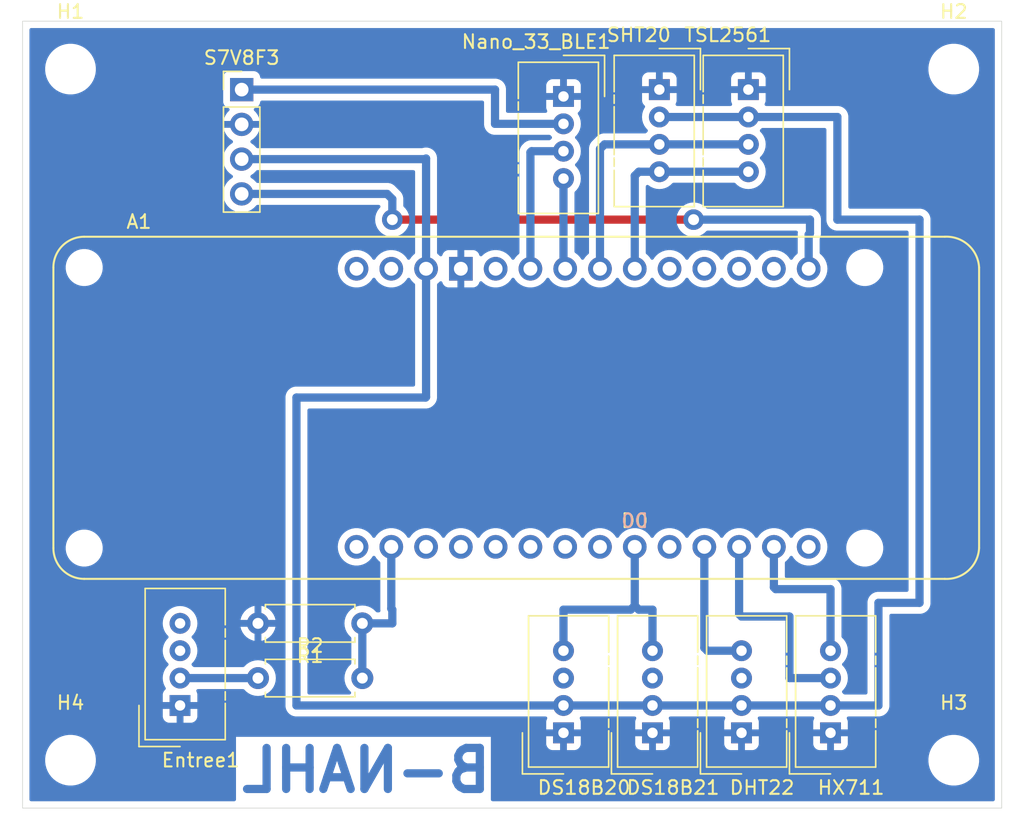
<source format=kicad_pcb>
(kicad_pcb (version 20240108) (generator "pcbnew") (generator_version "8.0")
  (layers (0 "F.Cu" signal) (31 "B.Cu" signal) (34 "B.Paste" user) (35 "F.Paste" user) (36 "B.SilkS" user "B.Silkscreen") (37 "F.SilkS" user "F.Silkscreen") (38 "B.Mask" user) (39 "F.Mask" user) (44 "Edge.Cuts" user))
  (net 0 "")
  (net 1 "SHDN")
  (net 8 "ADC")
  (net 10 "RX")
  (net 11 "GND")
  (net 17 "SCK")
  (net 19 "D0")
  (net 23 "Cout")
  (net 24 "D2")
  (net 25 "VCC 3V3")
  (net 31 "Ve")
  (net 32 "TX")
  (net 33 "VOUT")
  (net 34 "SDA")
  (net 35 "SCL")
  (footprint "Connector:NS-Tech_Grove_1x04_P2mm_Vertical" (layer "F.Cu") (at 153 111 180)
    (property "Reference" "DHT22" (at -1.5 -4 0) (layer "F.SilkS"))
    (property "Value" "110990030")
    (fp_line (start 3 -3) (end 3 0) (stroke (width 0.12)) (layer "F.SilkS"))
    (fp_line (start 2.55 -2.5) (end 2.55 8.55) (stroke (width 0.12)) (layer "F.SilkS"))
    (fp_line (start 0 -3) (end 3 -3) (stroke (width 0.12)) (layer "F.SilkS"))
    (fp_line (start -3.3 8.55) (end 2.55 8.55) (stroke (width 0.12)) (layer "F.SilkS"))
    (fp_line (start -3.3 5.9) (end -3.3 8.55) (stroke (width 0.12)) (layer "F.SilkS"))
    (fp_line (start -3.3 5) (end -3.3 5.6) (stroke (width 0.12)) (layer "F.SilkS"))
    (fp_line (start -3.3 1.25) (end -3.3 4.75) (stroke (width 0.12)) (layer "F.SilkS"))
    (fp_line (start -3.3 0.4) (end -3.3 1) (stroke (width 0.12)) (layer "F.SilkS"))
    (fp_line (start -3.3 -2.5) (end 2.55 -2.5) (stroke (width 0.12)) (layer "F.SilkS"))
    (fp_line (start -3.3 -2.5) (end -3.3 0.15) (stroke (width 0.12)) (layer "F.SilkS"))
    (pad "1" thru_hole rect (at 0 0 180) (size 1.524 1.524) (drill 0.762) (layers "*.Cu" "*.Mask") (net 11 "GND"))
    (pad "2" thru_hole circle (at 0 2 180) (size 1.524 1.524) (drill 0.762) (layers "*.Cu" "*.Mask") (net 25 "VCC 3V3"))
    (pad "3" thru_hole circle (at 0 4 180) (size 1.524 1.524) (drill 0.762) (layers "*.Cu" "*.Mask"))
    (pad "4" thru_hole circle (at 0 6 180) (size 1.524 1.524) (drill 0.762) (layers "*.Cu" "*.Mask") (net 24 "D2"))
  )
  (footprint "MountingHole:MountingHole_3.2mm_M3" (layer "F.Cu") (at 168.5 113)
    (property "Reference" "H3" (at 0 -4.2 0) (layer "F.SilkS"))
    (property "Value" "MountingHole")
    (pad "" np_thru_hole circle (at 0 0) (size 3.2 3.2) (drill 3.2) (layers "*.Cu" "*.Mask"))
  )
  (footprint "Connector_PinHeader_2.54mm:PinHeader_1x04_P2.54mm_Vertical" (layer "F.Cu") (at 116.5 64)
    (property "Reference" "S7V8F3" (at 0 -2.33 0) (layer "F.SilkS"))
    (property "Value" "Conn_01x04_Pin")
    (fp_line (start -1.33 -1.33) (end 0 -1.33) (stroke (width 0.12)) (layer "F.SilkS"))
    (fp_line (start -1.33 0) (end -1.33 -1.33) (stroke (width 0.12)) (layer "F.SilkS"))
    (fp_line (start -1.33 1.27) (end -1.33 8.95) (stroke (width 0.12)) (layer "F.SilkS"))
    (fp_line (start -1.33 1.27) (end 1.33 1.27) (stroke (width 0.12)) (layer "F.SilkS"))
    (fp_line (start -1.33 8.95) (end 1.33 8.95) (stroke (width 0.12)) (layer "F.SilkS"))
    (fp_line (start 1.33 1.27) (end 1.33 8.95) (stroke (width 0.12)) (layer "F.SilkS"))
    (pad "1" thru_hole rect (at 0 0) (size 1.7 1.7) (drill 1) (layers "*.Cu" "*.Mask") (net 33 "VOUT"))
    (pad "2" thru_hole oval (at 0 2.54) (size 1.7 1.7) (drill 1) (layers "*.Cu" "*.Mask") (net 11 "GND"))
    (pad "3" thru_hole oval (at 0 5.08) (size 1.7 1.7) (drill 1) (layers "*.Cu" "*.Mask") (net 25 "VCC 3V3"))
    (pad "4" thru_hole oval (at 0 7.62) (size 1.7 1.7) (drill 1) (layers "*.Cu" "*.Mask") (net 1 "SHDN"))
  )
  (footprint "MountingHole:MountingHole_3.2mm_M3" (layer "F.Cu") (at 104 62.5)
    (property "Reference" "H1" (at 0 -4.2 0) (layer "F.SilkS"))
    (property "Value" "MountingHole")
    (pad "" np_thru_hole circle (at 0 0) (size 3.2 3.2) (drill 3.2) (layers "*.Cu" "*.Mask"))
  )
  (footprint "PCM_arduino-library:Arduino_MKR_FOX_1200_Socket" (layer "F.Cu") (at 105 77)
    (property "Reference" "A1" (at 4 -3.35 0) (layer "F.SilkS"))
    (property "Value" "Arduino_MKR_WAN_1310_Socket")
    (fp_line (start -2.25 20.5) (end -2.25 0) (stroke (width 0.15)) (layer "F.SilkS"))
    (fp_line (start 0 -2.25) (end 62.846 -2.25) (stroke (width 0.15)) (layer "F.SilkS"))
    (fp_line (start 0 22.75) (end 62.846 22.75) (stroke (width 0.15)) (layer "F.SilkS"))
    (fp_line (start 65.35 20.5) (end 65.35 0) (stroke (width 0.15)) (layer "F.SilkS"))
    (fp_arc (start -2.25 0) (mid -1.59099 -1.59099) (end 0 -2.25) (stroke (width 0.15)) (layer "F.SilkS"))
    (fp_arc (start 0 22.75) (mid -1.59099 22.09099) (end -2.25 20.5) (stroke (width 0.15)) (layer "F.SilkS"))
    (fp_arc (start 62.846 -2.25) (mid 64.56399 -1.643595) (end 65.35 0) (stroke (width 0.15)) (layer "F.SilkS"))
    (fp_arc (start 65.35 20.5) (mid 64.56399 22.143595) (end 62.846 22.75) (stroke (width 0.15)) (layer "F.SilkS"))
    (fp_text user "D0" (at 40.2048 18.505 0) (layer "B.SilkS") (effects (justify mirror)))
    (fp_text user "D0" (at 40.2048 18.505 0) (layer "F.SilkS"))
    (pad "" np_thru_hole circle (at 0 0) (size 2.2 2.2) (drill 2.2) (layers "F&B.Cu" "*.Mask"))
    (pad "" np_thru_hole circle (at 0 20.5) (size 2.2 2.2) (drill 2.2) (layers "F&B.Cu" "*.Mask"))
    (pad "" np_thru_hole circle (at 57 0) (size 2.2 2.2) (drill 2.2) (layers "F&B.Cu" "*.Mask"))
    (pad "" np_thru_hole circle (at 57 20.5) (size 2.2 2.2) (drill 2.2) (layers "F&B.Cu" "*.Mask"))
    (pad "3V3" thru_hole circle (at 24.9648 0.09) (size 1.7272 1.7272) (drill 1.016) (layers "*.Cu" "*.Mask") (net 25 "VCC 3V3"))
    (pad "5V" thru_hole circle (at 19.8848 0.09) (size 1.7272 1.7272) (drill 1.016) (layers "*.Cu" "*.Mask"))
    (pad "A0" thru_hole circle (at 22.4248 20.41) (size 1.7272 1.7272) (drill 1.016) (layers "*.Cu" "*.Mask") (net 8 "ADC"))
    (pad "A1" thru_hole circle (at 24.9648 20.41) (size 1.7272 1.7272) (drill 1.016) (layers "*.Cu" "*.Mask"))
    (pad "A2" thru_hole circle (at 27.5048 20.41) (size 1.7272 1.7272) (drill 1.016) (layers "*.Cu" "*.Mask"))
    (pad "A3" thru_hole circle (at 30.0448 20.41) (size 1.7272 1.7272) (drill 1.016) (layers "*.Cu" "*.Mask"))
    (pad "A4" thru_hole circle (at 32.5848 20.41) (size 1.7272 1.7272) (drill 1.016) (layers "*.Cu" "*.Mask"))
    (pad "A5" thru_hole circle (at 35.1248 20.41) (size 1.7272 1.7272) (drill 1.016) (layers "*.Cu" "*.Mask"))
    (pad "A6" thru_hole circle (at 37.6648 20.41) (size 1.7272 1.7272) (drill 1.016) (layers "*.Cu" "*.Mask"))
    (pad "AREF" thru_hole circle (at 19.8848 20.41) (size 1.7272 1.7272) (drill 1.016) (layers "*.Cu" "*.Mask"))
    (pad "D0" thru_hole circle (at 40.2048 20.41) (size 1.7272 1.7272) (drill 1.016) (layers "*.Cu" "*.Mask") (net 19 "D0"))
    (pad "D1" thru_hole circle (at 42.7448 20.41) (size 1.7272 1.7272) (drill 1.016) (layers "*.Cu" "*.Mask"))
    (pad "D2" thru_hole circle (at 45.2848 20.41) (size 1.7272 1.7272) (drill 1.016) (layers "*.Cu" "*.Mask") (net 24 "D2"))
    (pad "D3" thru_hole circle (at 47.8248 20.41) (size 1.7272 1.7272) (drill 1.016) (layers "*.Cu" "*.Mask") (net 23 "Cout"))
    (pad "D4" thru_hole circle (at 50.3648 20.41) (size 1.7272 1.7272) (drill 1.016) (layers "*.Cu" "*.Mask") (net 17 "SCK"))
    (pad "D5" thru_hole circle (at 52.9048 20.41) (size 1.7272 1.7272) (drill 1.016) (layers "*.Cu" "*.Mask"))
    (pad "D6" thru_hole circle (at 52.9048 0.09) (size 1.7272 1.7272) (drill 1.016) (layers "*.Cu" "*.Mask") (net 1 "SHDN"))
    (pad "D7" thru_hole circle (at 50.3648 0.09) (size 1.7272 1.7272) (drill 1.016) (layers "*.Cu" "*.Mask"))
    (pad "D8" thru_hole circle (at 47.8248 0.09) (size 1.7272 1.7272) (drill 1.016) (layers "*.Cu" "*.Mask"))
    (pad "D9" thru_hole circle (at 45.2848 0.09) (size 1.7272 1.7272) (drill 1.016) (layers "*.Cu" "*.Mask"))
    (pad "D10" thru_hole circle (at 42.7448 0.09) (size 1.7272 1.7272) (drill 1.016) (layers "*.Cu" "*.Mask"))
    (pad "D11" thru_hole circle (at 40.2048 0.09) (size 1.7272 1.7272) (drill 1.016) (layers "*.Cu" "*.Mask") (net 34 "SDA"))
    (pad "D12" thru_hole circle (at 37.6648 0.09) (size 1.7272 1.7272) (drill 1.016) (layers "*.Cu" "*.Mask") (net 35 "SCL"))
    (pad "D13" thru_hole circle (at 35.1248 0.09) (size 1.7272 1.7272) (drill 1.016) (layers "*.Cu" "*.Mask") (net 10 "RX"))
    (pad "D14" thru_hole circle (at 32.5848 0.09) (size 1.7272 1.7272) (drill 1.016) (layers "*.Cu" "*.Mask") (net 32 "TX"))
    (pad "GND" thru_hole rect (at 27.5048 0.09) (size 1.7272 1.7272) (drill 1.016) (layers "*.Cu" "*.Mask") (net 11 "GND"))
    (pad "RST" thru_hole circle (at 30.0448 0.09) (size 1.7272 1.7272) (drill 1.016) (layers "*.Cu" "*.Mask"))
    (pad "VIN" thru_hole circle (at 22.4248 0.09) (size 1.7272 1.7272) (drill 1.016) (layers "*.Cu" "*.Mask"))
  )
  (footprint "Connector:NS-Tech_Grove_1x04_P2mm_Vertical" (layer "F.Cu") (at 153.5 64)
    (property "Reference" "TSL2561" (at -1.5 -4 0) (layer "F.SilkS"))
    (property "Value" "110990030")
    (fp_line (start -3.3 -2.5) (end -3.3 0.15) (stroke (width 0.12)) (layer "F.SilkS"))
    (fp_line (start -3.3 -2.5) (end 2.55 -2.5) (stroke (width 0.12)) (layer "F.SilkS"))
    (fp_line (start -3.3 0.4) (end -3.3 1) (stroke (width 0.12)) (layer "F.SilkS"))
    (fp_line (start -3.3 1.25) (end -3.3 4.75) (stroke (width 0.12)) (layer "F.SilkS"))
    (fp_line (start -3.3 5) (end -3.3 5.6) (stroke (width 0.12)) (layer "F.SilkS"))
    (fp_line (start -3.3 5.9) (end -3.3 8.55) (stroke (width 0.12)) (layer "F.SilkS"))
    (fp_line (start -3.3 8.55) (end 2.55 8.55) (stroke (width 0.12)) (layer "F.SilkS"))
    (fp_line (start 0 -3) (end 3 -3) (stroke (width 0.12)) (layer "F.SilkS"))
    (fp_line (start 2.55 -2.5) (end 2.55 8.55) (stroke (width 0.12)) (layer "F.SilkS"))
    (fp_line (start 3 -3) (end 3 0) (stroke (width 0.12)) (layer "F.SilkS"))
    (pad "1" thru_hole rect (at 0 0) (size 1.524 1.524) (drill 0.762) (layers "*.Cu" "*.Mask") (net 11 "GND"))
    (pad "2" thru_hole circle (at 0 2) (size 1.524 1.524) (drill 0.762) (layers "*.Cu" "*.Mask") (net 25 "VCC 3V3"))
    (pad "3" thru_hole circle (at 0 4) (size 1.524 1.524) (drill 0.762) (layers "*.Cu" "*.Mask") (net 35 "SCL"))
    (pad "4" thru_hole circle (at 0 6) (size 1.524 1.524) (drill 0.762) (layers "*.Cu" "*.Mask") (net 34 "SDA"))
  )
  (footprint "Connector:NS-Tech_Grove_1x04_P2mm_Vertical" (layer "F.Cu") (at 147 64)
    (property "Reference" "SHT20" (at -1.5 -4 0) (layer "F.SilkS"))
    (property "Value" "110990030")
    (fp_line (start -3.3 -2.5) (end -3.3 0.15) (stroke (width 0.12)) (layer "F.SilkS"))
    (fp_line (start -3.3 -2.5) (end 2.55 -2.5) (stroke (width 0.12)) (layer "F.SilkS"))
    (fp_line (start -3.3 0.4) (end -3.3 1) (stroke (width 0.12)) (layer "F.SilkS"))
    (fp_line (start -3.3 1.25) (end -3.3 4.75) (stroke (width 0.12)) (layer "F.SilkS"))
    (fp_line (start -3.3 5) (end -3.3 5.6) (stroke (width 0.12)) (layer "F.SilkS"))
    (fp_line (start -3.3 5.9) (end -3.3 8.55) (stroke (width 0.12)) (layer "F.SilkS"))
    (fp_line (start -3.3 8.55) (end 2.55 8.55) (stroke (width 0.12)) (layer "F.SilkS"))
    (fp_line (start 0 -3) (end 3 -3) (stroke (width 0.12)) (layer "F.SilkS"))
    (fp_line (start 2.55 -2.5) (end 2.55 8.55) (stroke (width 0.12)) (layer "F.SilkS"))
    (fp_line (start 3 -3) (end 3 0) (stroke (width 0.12)) (layer "F.SilkS"))
    (pad "1" thru_hole rect (at 0 0) (size 1.524 1.524) (drill 0.762) (layers "*.Cu" "*.Mask") (net 11 "GND"))
    (pad "2" thru_hole circle (at 0 2) (size 1.524 1.524) (drill 0.762) (layers "*.Cu" "*.Mask") (net 25 "VCC 3V3"))
    (pad "3" thru_hole circle (at 0 4) (size 1.524 1.524) (drill 0.762) (layers "*.Cu" "*.Mask") (net 35 "SCL"))
    (pad "4" thru_hole circle (at 0 6) (size 1.524 1.524) (drill 0.762) (layers "*.Cu" "*.Mask") (net 34 "SDA"))
  )
  (footprint "Connector:NS-Tech_Grove_1x04_P2mm_Vertical" (layer "F.Cu") (at 140 64.5)
    (property "Reference" "Nano_33_BLE1" (at -2 -4 0) (layer "F.SilkS"))
    (property "Value" "110990030")
    (fp_line (start -3.3 -2.5) (end -3.3 0.15) (stroke (width 0.12)) (layer "F.SilkS"))
    (fp_line (start -3.3 -2.5) (end 2.55 -2.5) (stroke (width 0.12)) (layer "F.SilkS"))
    (fp_line (start -3.3 0.4) (end -3.3 1) (stroke (width 0.12)) (layer "F.SilkS"))
    (fp_line (start -3.3 1.25) (end -3.3 4.75) (stroke (width 0.12)) (layer "F.SilkS"))
    (fp_line (start -3.3 5) (end -3.3 5.6) (stroke (width 0.12)) (layer "F.SilkS"))
    (fp_line (start -3.3 5.9) (end -3.3 8.55) (stroke (width 0.12)) (layer "F.SilkS"))
    (fp_line (start -3.3 8.55) (end 2.55 8.55) (stroke (width 0.12)) (layer "F.SilkS"))
    (fp_line (start 0 -3) (end 3 -3) (stroke (width 0.12)) (layer "F.SilkS"))
    (fp_line (start 2.55 -2.5) (end 2.55 8.55) (stroke (width 0.12)) (layer "F.SilkS"))
    (fp_line (start 3 -3) (end 3 0) (stroke (width 0.12)) (layer "F.SilkS"))
    (pad "1" thru_hole rect (at 0 0) (size 1.524 1.524) (drill 0.762) (layers "*.Cu" "*.Mask") (net 11 "GND"))
    (pad "2" thru_hole circle (at 0 2) (size 1.524 1.524) (drill 0.762) (layers "*.Cu" "*.Mask") (net 33 "VOUT"))
    (pad "3" thru_hole circle (at 0 4) (size 1.524 1.524) (drill 0.762) (layers "*.Cu" "*.Mask") (net 32 "TX"))
    (pad "4" thru_hole circle (at 0 6) (size 1.524 1.524) (drill 0.762) (layers "*.Cu" "*.Mask") (net 10 "RX"))
  )
  (footprint "Connector:NS-Tech_Grove_1x04_P2mm_Vertical" (layer "F.Cu") (at 140 111 180)
    (property "Reference" "DS18B20" (at -1.5 -4 0) (layer "F.SilkS"))
    (property "Value" "110990030")
    (fp_line (start 3 -3) (end 3 0) (stroke (width 0.12)) (layer "F.SilkS"))
    (fp_line (start 2.55 -2.5) (end 2.55 8.55) (stroke (width 0.12)) (layer "F.SilkS"))
    (fp_line (start 0 -3) (end 3 -3) (stroke (width 0.12)) (layer "F.SilkS"))
    (fp_line (start -3.3 8.55) (end 2.55 8.55) (stroke (width 0.12)) (layer "F.SilkS"))
    (fp_line (start -3.3 5.9) (end -3.3 8.55) (stroke (width 0.12)) (layer "F.SilkS"))
    (fp_line (start -3.3 5) (end -3.3 5.6) (stroke (width 0.12)) (layer "F.SilkS"))
    (fp_line (start -3.3 1.25) (end -3.3 4.75) (stroke (width 0.12)) (layer "F.SilkS"))
    (fp_line (start -3.3 0.4) (end -3.3 1) (stroke (width 0.12)) (layer "F.SilkS"))
    (fp_line (start -3.3 -2.5) (end 2.55 -2.5) (stroke (width 0.12)) (layer "F.SilkS"))
    (fp_line (start -3.3 -2.5) (end -3.3 0.15) (stroke (width 0.12)) (layer "F.SilkS"))
    (pad "1" thru_hole rect (at 0 0 180) (size 1.524 1.524) (drill 0.762) (layers "*.Cu" "*.Mask") (net 11 "GND"))
    (pad "2" thru_hole circle (at 0 2 180) (size 1.524 1.524) (drill 0.762) (layers "*.Cu" "*.Mask") (net 25 "VCC 3V3"))
    (pad "3" thru_hole circle (at 0 4 180) (size 1.524 1.524) (drill 0.762) (layers "*.Cu" "*.Mask"))
    (pad "4" thru_hole circle (at 0 6 180) (size 1.524 1.524) (drill 0.762) (layers "*.Cu" "*.Mask") (net 19 "D0"))
  )
  (footprint "Connector:NS-Tech_Grove_1x04_P2mm_Vertical" (layer "F.Cu") (at 112 109 180)
    (property "Reference" "Entree1" (at -1.5 -4 0) (layer "F.SilkS"))
    (property "Value" "110990030")
    (fp_line (start 3 -3) (end 3 0) (stroke (width 0.12)) (layer "F.SilkS"))
    (fp_line (start 2.55 -2.5) (end 2.55 8.55) (stroke (width 0.12)) (layer "F.SilkS"))
    (fp_line (start 0 -3) (end 3 -3) (stroke (width 0.12)) (layer "F.SilkS"))
    (fp_line (start -3.3 8.55) (end 2.55 8.55) (stroke (width 0.12)) (layer "F.SilkS"))
    (fp_line (start -3.3 5.9) (end -3.3 8.55) (stroke (width 0.12)) (layer "F.SilkS"))
    (fp_line (start -3.3 5) (end -3.3 5.6) (stroke (width 0.12)) (layer "F.SilkS"))
    (fp_line (start -3.3 1.25) (end -3.3 4.75) (stroke (width 0.12)) (layer "F.SilkS"))
    (fp_line (start -3.3 0.4) (end -3.3 1) (stroke (width 0.12)) (layer "F.SilkS"))
    (fp_line (start -3.3 -2.5) (end 2.55 -2.5) (stroke (width 0.12)) (layer "F.SilkS"))
    (fp_line (start -3.3 -2.5) (end -3.3 0.15) (stroke (width 0.12)) (layer "F.SilkS"))
    (pad "1" thru_hole rect (at 0 0 180) (size 1.524 1.524) (drill 0.762) (layers "*.Cu" "*.Mask") (net 11 "GND"))
    (pad "2" thru_hole circle (at 0 2 180) (size 1.524 1.524) (drill 0.762) (layers "*.Cu" "*.Mask") (net 31 "Ve"))
    (pad "3" thru_hole circle (at 0 4 180) (size 1.524 1.524) (drill 0.762) (layers "*.Cu" "*.Mask"))
    (pad "4" thru_hole circle (at 0 6 180) (size 1.524 1.524) (drill 0.762) (layers "*.Cu" "*.Mask"))
  )
  (footprint "Resistor_THT:R_Axial_DIN0207_L6.3mm_D2.5mm_P7.62mm_Horizontal" (layer "F.Cu") (at 117.69 107)
    (property "Reference" "R2" (at 3.81 -2.37 0) (layer "F.SilkS"))
    (property "Value" "47k")
    (fp_line (start 0.54 -1.37) (end 7.08 -1.37) (stroke (width 0.12)) (layer "F.SilkS"))
    (fp_line (start 0.54 -1.04) (end 0.54 -1.37) (stroke (width 0.12)) (layer "F.SilkS"))
    (fp_line (start 0.54 1.04) (end 0.54 1.37) (stroke (width 0.12)) (layer "F.SilkS"))
    (fp_line (start 0.54 1.37) (end 7.08 1.37) (stroke (width 0.12)) (layer "F.SilkS"))
    (fp_line (start 7.08 -1.37) (end 7.08 -1.04) (stroke (width 0.12)) (layer "F.SilkS"))
    (fp_line (start 7.08 1.37) (end 7.08 1.04) (stroke (width 0.12)) (layer "F.SilkS"))
    (pad "1" thru_hole circle (at 0 0) (size 1.6 1.6) (drill 0.8) (layers "*.Cu" "*.Mask") (net 31 "Ve"))
    (pad "2" thru_hole oval (at 7.62 0) (size 1.6 1.6) (drill 0.8) (layers "*.Cu" "*.Mask") (net 8 "ADC"))
  )
  (footprint "Resistor_THT:R_Axial_DIN0207_L6.3mm_D2.5mm_P7.62mm_Horizontal" (layer "F.Cu") (at 125.31 103 180)
    (property "Reference" "R1" (at 3.81 -2.37 0) (layer "F.SilkS"))
    (property "Value" "100k")
    (fp_line (start 7.08 1.37) (end 7.08 1.04) (stroke (width 0.12)) (layer "F.SilkS"))
    (fp_line (start 7.08 -1.37) (end 7.08 -1.04) (stroke (width 0.12)) (layer "F.SilkS"))
    (fp_line (start 0.54 1.37) (end 7.08 1.37) (stroke (width 0.12)) (layer "F.SilkS"))
    (fp_line (start 0.54 1.04) (end 0.54 1.37) (stroke (width 0.12)) (layer "F.SilkS"))
    (fp_line (start 0.54 -1.04) (end 0.54 -1.37) (stroke (width 0.12)) (layer "F.SilkS"))
    (fp_line (start 0.54 -1.37) (end 7.08 -1.37) (stroke (width 0.12)) (layer "F.SilkS"))
    (pad "1" thru_hole circle (at 0 0 180) (size 1.6 1.6) (drill 0.8) (layers "*.Cu" "*.Mask") (net 8 "ADC"))
    (pad "2" thru_hole oval (at 7.62 0 180) (size 1.6 1.6) (drill 0.8) (layers "*.Cu" "*.Mask") (net 11 "GND"))
  )
  (footprint "MountingHole:MountingHole_3.2mm_M3" (layer "F.Cu") (at 168.5 62.5)
    (property "Reference" "H2" (at 0 -4.2 0) (layer "F.SilkS"))
    (property "Value" "MountingHole")
    (pad "" np_thru_hole circle (at 0 0) (size 3.2 3.2) (drill 3.2) (layers "*.Cu" "*.Mask"))
  )
  (footprint "MountingHole:MountingHole_3.2mm_M3" (layer "F.Cu") (at 104 113)
    (property "Reference" "H4" (at 0 -4.2 0) (layer "F.SilkS"))
    (property "Value" "MountingHole")
    (pad "" np_thru_hole circle (at 0 0) (size 3.2 3.2) (drill 3.2) (layers "*.Cu" "*.Mask"))
  )
  (footprint "Connector:NS-Tech_Grove_1x04_P2mm_Vertical" (layer "F.Cu") (at 159.5 111 180)
    (property "Reference" "HX711" (at -1.5 -4 0) (layer "F.SilkS"))
    (property "Value" "110990030")
    (fp_line (start 3 -3) (end 3 0) (stroke (width 0.12)) (layer "F.SilkS"))
    (fp_line (start 2.55 -2.5) (end 2.55 8.55) (stroke (width 0.12)) (layer "F.SilkS"))
    (fp_line (start 0 -3) (end 3 -3) (stroke (width 0.12)) (layer "F.SilkS"))
    (fp_line (start -3.3 8.55) (end 2.55 8.55) (stroke (width 0.12)) (layer "F.SilkS"))
    (fp_line (start -3.3 5.9) (end -3.3 8.55) (stroke (width 0.12)) (layer "F.SilkS"))
    (fp_line (start -3.3 5) (end -3.3 5.6) (stroke (width 0.12)) (layer "F.SilkS"))
    (fp_line (start -3.3 1.25) (end -3.3 4.75) (stroke (width 0.12)) (layer "F.SilkS"))
    (fp_line (start -3.3 0.4) (end -3.3 1) (stroke (width 0.12)) (layer "F.SilkS"))
    (fp_line (start -3.3 -2.5) (end 2.55 -2.5) (stroke (width 0.12)) (layer "F.SilkS"))
    (fp_line (start -3.3 -2.5) (end -3.3 0.15) (stroke (width 0.12)) (layer "F.SilkS"))
    (pad "1" thru_hole rect (at 0 0 180) (size 1.524 1.524) (drill 0.762) (layers "*.Cu" "*.Mask") (net 11 "GND"))
    (pad "2" thru_hole circle (at 0 2 180) (size 1.524 1.524) (drill 0.762) (layers "*.Cu" "*.Mask") (net 25 "VCC 3V3"))
    (pad "3" thru_hole circle (at 0 4 180) (size 1.524 1.524) (drill 0.762) (layers "*.Cu" "*.Mask") (net 23 "Cout"))
    (pad "4" thru_hole circle (at 0 6 180) (size 1.524 1.524) (drill 0.762) (layers "*.Cu" "*.Mask") (net 17 "SCK"))
  )
  (footprint "Connector:NS-Tech_Grove_1x04_P2mm_Vertical" (layer "F.Cu") (at 146.5 111 180)
    (property "Reference" "DS18B21" (at -1.5 -4 0) (layer "F.SilkS"))
    (property "Value" "110990030")
    (fp_line (start 3 -3) (end 3 0) (stroke (width 0.12)) (layer "F.SilkS"))
    (fp_line (start 2.55 -2.5) (end 2.55 8.55) (stroke (width 0.12)) (layer "F.SilkS"))
    (fp_line (start 0 -3) (end 3 -3) (stroke (width 0.12)) (layer "F.SilkS"))
    (fp_line (start -3.3 8.55) (end 2.55 8.55) (stroke (width 0.12)) (layer "F.SilkS"))
    (fp_line (start -3.3 5.9) (end -3.3 8.55) (stroke (width 0.12)) (layer "F.SilkS"))
    (fp_line (start -3.3 5) (end -3.3 5.6) (stroke (width 0.12)) (layer "F.SilkS"))
    (fp_line (start -3.3 1.25) (end -3.3 4.75) (stroke (width 0.12)) (layer "F.SilkS"))
    (fp_line (start -3.3 0.4) (end -3.3 1) (stroke (width 0.12)) (layer "F.SilkS"))
    (fp_line (start -3.3 -2.5) (end 2.55 -2.5) (stroke (width 0.12)) (layer "F.SilkS"))
    (fp_line (start -3.3 -2.5) (end -3.3 0.15) (stroke (width 0.12)) (layer "F.SilkS"))
    (pad "1" thru_hole rect (at 0 0 180) (size 1.524 1.524) (drill 0.762) (layers "*.Cu" "*.Mask") (net 11 "GND"))
    (pad "2" thru_hole circle (at 0 2 180) (size 1.524 1.524) (drill 0.762) (layers "*.Cu" "*.Mask") (net 25 "VCC 3V3"))
    (pad "3" thru_hole circle (at 0 4 180) (size 1.524 1.524) (drill 0.762) (layers "*.Cu" "*.Mask"))
    (pad "4" thru_hole circle (at 0 6 180) (size 1.524 1.524) (drill 0.762) (layers "*.Cu" "*.Mask") (net 19 "D0"))
  )
  (gr_rect (start 100.5 59) (end 172 116.5) (stroke (width 0.05)) (fill none) (layer "Edge.Cuts"))
  (gr_text "B-NAHL" (at 135 115.5 0) (layer "B.Cu") (effects (font (size 3 3) (thickness 0.6) (bold yes)) (justify left bottom mirror)))
  (segment (start 127.5 73.5) (end 149.5 73.5) (width 0.6) (layer "F.Cu") (net 1))
  (via (at 149.5 73.5) (size 1.5) (drill 0.8) (layers "F.Cu" "B.Cu") (net 1))
  (via (at 127.5 73.5) (size 1.5) (drill 0.8) (layers "F.Cu" "B.Cu") (net 1))
  (segment (start 127.12 71.62) (end 127.5 72) (width 0.6) (layer "B.Cu") (net 1))
  (segment (start 116.5 71.62) (end 127.12 71.62) (width 0.6) (layer "B.Cu") (net 1))
  (segment (start 149.5 73.5) (end 158 73.5) (width 0.6) (layer "B.Cu") (net 1))
  (segment (start 158 73.5) (end 158 74.5) (width 0.6) (layer "B.Cu") (net 1))
  (segment (start 157.9048 74.5952) (end 157.9048 77.09) (width 0.6) (layer "B.Cu") (net 1))
  (segment (start 127.5 72) (end 127.5 73.5) (width 0.6) (layer "B.Cu") (net 1))
  (segment (start 158 74.5) (end 157.9048 74.5952) (width 0.6) (layer "B.Cu") (net 1))
  (segment (start 127.5 103) (end 127.5 102) (width 0.6) (layer "B.Cu") (net 8))
  (segment (start 125.31 107) (end 125.31 103) (width 0.6) (layer "B.Cu") (net 8))
  (segment (start 127.4248 101.9248) (end 127.4248 97.41) (width 0.6) (layer "B.Cu") (net 8))
  (segment (start 127.5 102) (end 127.4248 101.9248) (width 0.6) (layer "B.Cu") (net 8))
  (segment (start 127.5 97.4852) (end 127.4248 97.41) (width 0.6) (layer "B.Cu") (net 8))
  (segment (start 125.31 103) (end 127.5 103) (width 0.6) (layer "B.Cu") (net 8))
  (segment (start 140 70.5) (end 140 76.9652) (width 0.6) (layer "B.Cu") (net 10))
  (segment (start 140 76.9652) (end 140.1248 77.09) (width 0.6) (layer "B.Cu") (net 10))
  (segment (start 159.5 105) (end 159.5 100.5) (width 0.6) (layer "B.Cu") (net 17))
  (segment (start 159.5 100.5) (end 155.5 100.5) (width 0.6) (layer "B.Cu") (net 17))
  (segment (start 155.3648 97.41) (end 155.3648 100.3648) (width 0.6) (layer "B.Cu") (net 17))
  (segment (start 155.5 100.5) (end 155.3648 100.3648) (width 0.6) (layer "B.Cu") (net 17))
  (segment (start 145.2048 101.7048) (end 145.5 102) (width 0.6) (layer "B.Cu") (net 19))
  (segment (start 144.9096 102) (end 145.2048 101.7048) (width 0.6) (layer "B.Cu") (net 19))
  (segment (start 145.2048 97.41) (end 145.2048 101.7048) (width 0.6) (layer "B.Cu") (net 19))
  (segment (start 140 105) (end 140 102) (width 0.6) (layer "B.Cu") (net 19))
  (segment (start 146.5 102) (end 146.5 105) (width 0.6) (layer "B.Cu") (net 19))
  (segment (start 145.5 102) (end 146.5 102) (width 0.6) (layer "B.Cu") (net 19))
  (segment (start 140 102) (end 144.9096 102) (width 0.6) (layer "B.Cu") (net 19))
  (segment (start 156.5 102.5) (end 156.5 107) (width 0.6) (layer "B.Cu") (net 23))
  (segment (start 153 102.5) (end 156.5 102.5) (width 0.6) (layer "B.Cu") (net 23))
  (segment (start 152.8248 102.3248) (end 153 102.5) (width 0.6) (layer "B.Cu") (net 23))
  (segment (start 156.5 107) (end 159.5 107) (width 0.6) (layer "B.Cu") (net 23))
  (segment (start 152.8248 97.41) (end 152.8248 102.3248) (width 0.6) (layer "B.Cu") (net 23))
  (segment (start 150.5 105) (end 153 105) (width 0.6) (layer "B.Cu") (net 24))
  (segment (start 150.2848 97.41) (end 150.2848 104.7848) (width 0.6) (layer "B.Cu") (net 24))
  (segment (start 150.2848 104.7848) (end 150.5 105) (width 0.6) (layer "B.Cu") (net 24))
  (segment (start 166 101.5) (end 163 101.5) (width 0.6) (layer "B.Cu") (net 25))
  (segment (start 153 109) (end 159.5 109) (width 0.6) (layer "B.Cu") (net 25))
  (segment (start 129.9296 86.5) (end 129.9648 86.4648) (width 0.6) (layer "B.Cu") (net 25))
  (segment (start 166 73.5) (end 166 101.5) (width 0.6) (layer "B.Cu") (net 25))
  (segment (start 146.5 109) (end 153 109) (width 0.6) (layer "B.Cu") (net 25))
  (segment (start 120.5 86.5) (end 129.9296 86.5) (width 0.6) (layer "B.Cu") (net 25))
  (segment (start 160 66) (end 160 73.5) (width 0.6) (layer "B.Cu") (net 25))
  (segment (start 116.5 69.08) (end 129.92 69.08) (width 0.6) (layer "B.Cu") (net 25))
  (segment (start 140 109) (end 146.5 109) (width 0.6) (layer "B.Cu") (net 25))
  (segment (start 153.5 66) (end 160 66) (width 0.6) (layer "B.Cu") (net 25))
  (segment (start 120.5 109) (end 120.5 86.5) (width 0.6) (layer "B.Cu") (net 25))
  (segment (start 129.92 69.08) (end 129.9648 69.0352) (width 0.6) (layer "B.Cu") (net 25))
  (segment (start 129.9648 69.0352) (end 129.9648 77.09) (width 0.6) (layer "B.Cu") (net 25))
  (segment (start 159.5 109) (end 163 109) (width 0.6) (layer "B.Cu") (net 25))
  (segment (start 163 109) (end 163 101.5) (width 0.6) (layer "B.Cu") (net 25))
  (segment (start 147 66) (end 153.5 66) (width 0.6) (layer "B.Cu") (net 25))
  (segment (start 160 73.5) (end 166 73.5) (width 0.6) (layer "B.Cu") (net 25))
  (segment (start 140 109) (end 120.5 109) (width 0.6) (layer "B.Cu") (net 25))
  (segment (start 129.9648 77.09) (end 129.9648 86.4648) (width 0.6) (layer "B.Cu") (net 25))
  (segment (start 112 107) (end 117.69 107) (width 0.6) (layer "B.Cu") (net 31))
  (segment (start 140 68.5) (end 137.6696 68.5) (width 0.6) (layer "B.Cu") (net 32))
  (segment (start 137.5848 77.09) (end 137.5848 68.5848) (width 0.6) (layer "B.Cu") (net 32))
  (segment (start 137.6696 68.5) (end 137.5848 68.5848) (width 0.6) (layer "B.Cu") (net 32))
  (segment (start 135 64) (end 135 66.5) (width 0.6) (layer "B.Cu") (net 33))
  (segment (start 116.5 64) (end 135 64) (width 0.6) (layer "B.Cu") (net 33))
  (segment (start 135 66.5) (end 140 66.5) (width 0.6) (layer "B.Cu") (net 33))
  (segment (start 145.5 70) (end 147 70) (width 0.6) (layer "B.Cu") (net 34))
  (segment (start 145.2048 70.2952) (end 145.5 70) (width 0.6) (layer "B.Cu") (net 34))
  (segment (start 145.2048 77.09) (end 145.2048 70.2952) (width 0.6) (layer "B.Cu") (net 34))
  (segment (start 147 70) (end 153.5 70) (width 0.6) (layer "B.Cu") (net 34))
  (segment (start 143 68) (end 147 68) (width 0.6) (layer "B.Cu") (net 35))
  (segment (start 142.6648 77.09) (end 142.6648 68.3352) (width 0.6) (layer "B.Cu") (net 35))
  (segment (start 142.6648 68.3352) (end 143 68) (width 0.6) (layer "B.Cu") (net 35))
  (segment (start 147 68) (end 153.5 68) (width 0.6) (layer "B.Cu") (net 35))
  (zone (net 11) (net_name "GND") (layer "B.Cu") (connect_pads (clearance 0.5)) (min_thickness 0.25) (fill yes (thermal_gap 0.5) (thermal_bridge_width 0.5))
    (polygon (pts (xy 100.5 59) (xy 172 59) (xy 172 116.5) (xy 100.5 116.5)))
  )
)
</source>
